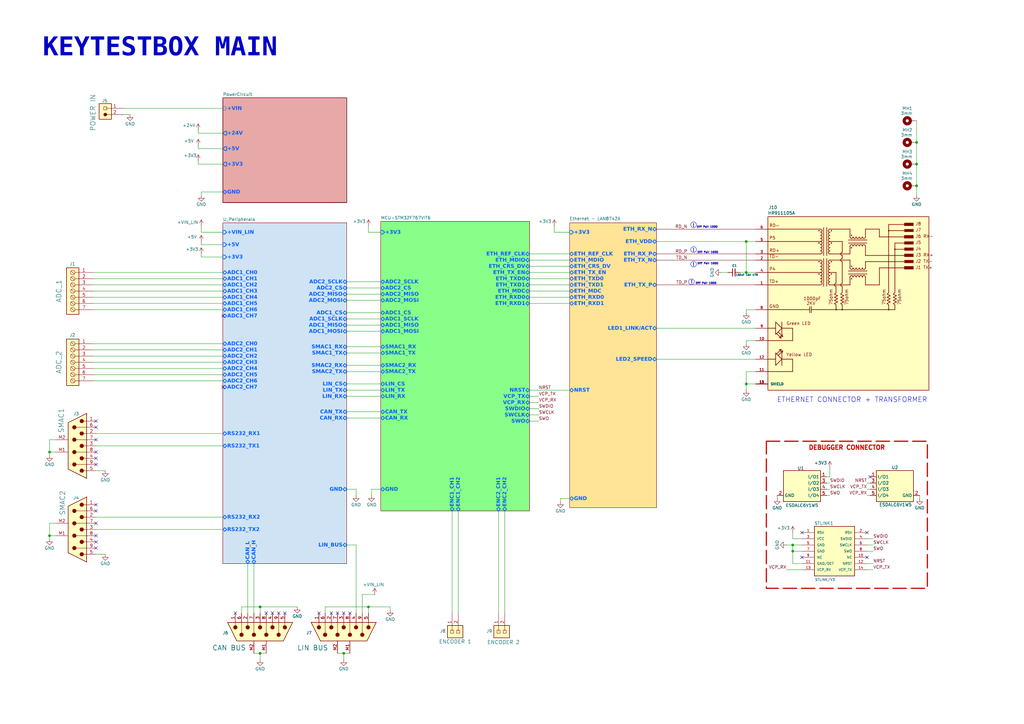
<source format=kicad_sch>
(kicad_sch (version 20250114) (generator "eeschema") (generator_version "9.0")
  (paper "A3")
  (title_block (title "KeyTestBox") (date "2023-10-15") (rev "V1.0") (comment 1 "Designer: Bruno Silva"))
  (lib_symbols
    (symbol "Connector:Conn_01x07_Socket" (pin_names (offset 1.016) (hide yes))
      (property "Reference" "J2" (at -6.858 -14.224 0))
      (property "Value" "Conn_01x07_Socket" (at -4.572 -17.018 0))
      (symbol "Conn_01x07_Socket_1_1"
        (pin passive line (at 7.62 7.62 180) (length 7.366) (name "1") (number "1"))
        (pin passive line (at 7.62 5.08 180) (length 7.366) (name "2") (number "2"))
        (pin passive line (at 7.62 2.54 180) (length 7.366) (name "3") (number "3"))
        (pin passive line (at 7.62 0 180) (length 7.366) (name "4") (number "4"))
        (pin passive line (at 7.62 -2.54 180) (length 7.366) (name "5") (number "5"))
        (pin passive line (at 7.62 -5.08 180) (length 7.366) (name "6") (number "6"))
        (pin passive line (at 7.62 -7.62 180) (length 7.366) (name "7") (number "7"))
      )
    )
    (symbol "Connector:DE9_Pins" (pin_names (offset 1.016) (hide yes))
      (property "Reference" "J4" (at 0 -17.78 0))
      (property "Value" "DE9_Pins" (at 0 -15.24 0))
      (symbol "DE9_Pins_1_1"
        (pin passive line (at -7.62 10.16 0) (length 3.81) (name "5") (number "5"))
        (pin passive line (at -7.62 7.62 0) (length 3.81) (name "9") (number "9"))
        (pin passive line (at -7.62 5.08 0) (length 3.81) (name "4") (number "4"))
        (pin passive line (at -7.62 2.54 0) (length 3.81) (name "8") (number "8"))
        (pin passive line (at -7.62 0 0) (length 3.81) (name "3") (number "3"))
        (pin passive line (at -7.62 -2.54 0) (length 3.81) (name "7") (number "7"))
        (pin passive line (at -7.62 -5.08 0) (length 3.81) (name "2") (number "2"))
        (pin passive line (at -7.62 -7.62 0) (length 3.81) (name "6") (number "6"))
        (pin passive line (at -7.62 -10.16 0) (length 3.81) (name "1") (number "1"))
        (pin passive line (at 8.89 2.54 180) (length 5.08) (name "M1") (number "M1"))
        (pin passive line (at 8.89 -2.54 180) (length 5.08) (name "M2") (number "M2"))
      )
    )
    (symbol "Connector:DIN41612_02x05_ZB_EvenPins" (pin_names (offset 1.016) (hide yes))
      (property "Reference" "J1" (at 1.016 8.128 0))
      (property "Value" "POWER IN" (at -2.794 3.81 90))
      (symbol "DIN41612_02x05_ZB_EvenPins_1_1"
        (pin passive line (at 8.89 5.08 180) (length 7.366) (name "1") (number "1"))
        (pin passive line (at 8.89 2.54 180) (length 7.366) (name "2") (number "2"))
      )
    )
    (symbol "DIN41612_02x05_ZB_EvenPins_1" (pin_names (offset 1.016) (hide yes))
      (property "Reference" "J8" (at 1.016 8.128 0))
      (property "Value" "ENCODER-1" (at -3.81 3.302 90))
      (symbol "DIN41612_02x05_ZB_EvenPins_1_1_1"
        (pin passive line (at 8.89 5.08 180) (length 7.366) (name "1") (number "1"))
        (pin passive line (at 8.89 2.54 180) (length 7.366) (name "2") (number "2"))
      )
    )
    (symbol "Device:C_Small" (pin_numbers (hide yes)) (pin_names (offset 0.254) (hide yes))
      (property "Reference" "C" (at 0.254 1.778 0))
      (property "Value" "C_Small" (at 0.254 -2.032 0))
      (symbol "C_Small_1_1"
        (pin passive line (at 0 2.54 270) (length 2.032) (name "~") (number "1"))
        (pin passive line (at 0 -2.54 90) (length 2.032) (name "~") (number "2"))
      )
    )
    (symbol "HR911105A:HR911105A" (pin_names (offset 1.016))
      (property "Reference" "J10" (at -32.766 39.37 0))
      (property "Value" "HR911105A" (at -33.02 37.084 0))
      (symbol "HR911105A_0_0"
        (text "TD+" (at -32.5695 8.302 0) (effects (font (size 1.2772 1.2772)) (justify left bottom)))
        (text "GND" (at -32.5483 -1.9146 0) (effects (font (size 1.2764 1.2764)) (justify left bottom)))
        (text "P4" (at -32.5444 13.4006 0) (effects (font (size 1.2763 1.2763)) (justify left bottom)))
        (text "P5" (at -32.5348 26.1555 0) (effects (font (size 1.2759 1.2759)) (justify left bottom)))
        (text "TD-" (at -32.5142 18.4885 0) (effects (font (size 1.2751 1.2751)) (justify left bottom)))
        (text "RD-" (at -32.4987 31.2242 0) (effects (font (size 1.2745 1.2745)) (justify left bottom)))
        (text "RD+" (at -32.4935 21.0252 0) (effects (font (size 1.2743 1.2743)) (justify left bottom)))
        (text "Yellow LED" (at -25.5352 -21.705 0) (effects (font (size 1.2791 1.2791)) (justify left bottom)))
        (text "Green LED" (at -25.4919 -8.9222 0) (effects (font (size 1.2757 1.2757)) (justify left bottom)))
        (text "1000pF" (at -18.5009 1.2418 0) (effects (font (size 1.2759 1.2759)) (justify left bottom)))
        (text "2KV" (at -17.2312 -0.672 0) (effects (font (size 1.2764 1.2764)) (justify left bottom)))
        (text "75ohm" (at -6.39 -0.6549 900) (effects (font (size 1.278 1.278)) (justify left bottom)))
        (text "75ohm" (at 0 -0.6673 900) (effects (font (size 1.2758 1.2758)) (justify left bottom)))
        (text "75ohm" (at 15.335 -0.6618 900) (effects (font (size 1.2779 1.2779)) (justify left bottom)))
        (text "75ohm" (at 21.6925 -0.6552 900) (effects (font (size 1.276 1.276)) (justify left bottom)))
        (text "J1 TX+" (at 27.4391 14.0069 0) (effects (font (size 1.2765 1.2765)) (justify left bottom)))
        (text "J3 RX+" (at 27.4566 19.1518 0) (effects (font (size 1.2771 1.2771)) (justify left bottom)))
        (text "J2 TX-" (at 27.4571 16.5812 0) (effects (font (size 1.2773 1.2773)) (justify left bottom)))
        (text "J4" (at 27.4594 21.7053 0) (effects (font (size 1.2773 1.2773)) (justify left bottom)))
        (text "J8" (at 27.4681 31.9296 0) (effects (font (size 1.2777 1.2777)) (justify left bottom)))
        (text "J6 RX-" (at 27.4683 26.8166 0) (effects (font (size 1.2777 1.2777)) (justify left bottom)))
        (text "J7" (at 27.469 29.3671 0) (effects (font (size 1.2778 1.2778)) (justify left bottom)))
        (text "J5" (at 27.4773 24.265 0) (effects (font (size 1.2782 1.2782)) (justify left bottom)))
        (pin passive line (at -38.1 30.48 0) (length 5.08) (name "~") (number "6"))
        (pin passive line (at -38.1 25.4 0) (length 5.08) (name "~") (number "5"))
        (pin passive line (at -38.1 20.32 0) (length 5.08) (name "~") (number "3"))
        (pin passive line (at -38.1 17.78 0) (length 5.08) (name "~") (number "2"))
        (pin passive line (at -38.1 12.7 0) (length 5.08) (name "~") (number "4"))
        (pin passive line (at -38.1 7.62 0) (length 5.08) (name "~") (number "1"))
        (pin passive line (at -38.1 -10.16 0) (length 5.08) (name "~") (number "9"))
        (pin passive line (at -38.1 -15.24 0) (length 5.08) (name "~") (number "10"))
        (pin passive line (at -38.1 -22.86 0) (length 5.08) (name "~") (number "12"))
        (pin passive line (at -38.1 -27.94 0) (length 5.08) (name "~") (number "11"))
        (pin passive line (at -38.1 -33.02 0) (length 5.08) (name "SHIELD") (number "15"))
        (pin passive line (at -38.1 -33.02 0) (length 5.08) (name "SHIELD") (number "16"))
      )
      (symbol "HR911105A_1_0"
        (pin passive line (at -38.1 -2.54 0) (length 5.08) (name "~") (number "8"))
      )
    )
    (symbol "Mechanical:MountingHole_Pad" (pin_numbers (hide yes)) (pin_names (offset 1.016) (hide yes)) (in_bom no)
      (property "Reference" "H" (at 0 6.35 0))
      (property "Value" "MountingHole_Pad" (at 0 4.445 0))
      (symbol "MountingHole_Pad_1_1"
        (pin input line (at 0 -2.54 90) (length 2.54) (name "1") (number "1"))
      )
    )
    (symbol "NCP349MNAM_1"
      (property "Reference" "U13" (at 0.508 -6.096 0))
      (property "Value" "ESDALC6V1W5" (at 0 9.144 0))
      (symbol "NCP349MNAM_1_1_1"
        (pin passive line (at -10.16 5.08 0) (length 2.54) (name "I/O4") (number "5"))
        (pin passive line (at -10.16 2.54 0) (length 2.54) (name "I/O3") (number "4"))
        (pin passive line (at -10.16 0 0) (length 2.54) (name "I/O2") (number "3"))
        (pin passive line (at -10.16 -2.54 0) (length 2.54) (name "I/O1") (number "1"))
        (pin passive line (at 10.16 5.08 180) (length 2.54) (name "GND") (number "2"))
      )
    )
    (symbol "Power_Protection:NCP349MNAM"
      (property "Reference" "U11" (at 0 8.89 0))
      (property "Value" "ESDALC6V1W5" (at 0.254 -6.35 0))
      (symbol "NCP349MNAM_1_1"
        (pin bidirectional line (at -10.16 5.08 0) (length 2.54) (name "I/O1") (number "1"))
        (pin bidirectional line (at -10.16 2.54 0) (length 2.54) (name "I/O2") (number "3"))
        (pin bidirectional line (at -10.16 0 0) (length 2.54) (name "I/O3") (number "4"))
        (pin bidirectional line (at -10.16 -2.54 0) (length 2.54) (name "I/O4") (number "5"))
        (pin power_in line (at 10.16 -2.54 180) (length 2.54) (name "GND") (number "2"))
      )
    )
    (symbol "STLINK:STLINK" (pin_names (offset 1.016))
      (property "Reference" "SWD" (at -2.54 16.51 0))
      (property "Value" "STLINK/V3" (at -2.286 -6.604 0))
      (symbol "STLINK_1_0"
        (pin bidirectional line (at -7.62 12.7 0) (length 5.08) (name "RSV") (number "1"))
        (pin bidirectional line (at -7.62 10.16 0) (length 5.08) (name "VCC") (number "3"))
        (pin bidirectional line (at -7.62 7.62 0) (length 5.08) (name "GND") (number "5"))
        (pin bidirectional line (at -7.62 5.08 0) (length 5.08) (name "GND") (number "7"))
        (pin bidirectional line (at -7.62 2.54 0) (length 5.08) (name "NC") (number "9"))
        (pin bidirectional line (at -7.62 0 0) (length 5.08) (name "GND/DET") (number "11"))
        (pin bidirectional line (at -7.62 -2.54 0) (length 5.08) (name "VCP_RX") (number "13"))
        (pin bidirectional line (at 19.05 12.7 180) (length 5.08) (name "RSV") (number "2"))
        (pin bidirectional line (at 19.05 10.16 180) (length 5.08) (name "SWDIO") (number "4"))
        (pin bidirectional line (at 19.05 7.62 180) (length 5.08) (name "SWCLK") (number "6"))
        (pin bidirectional line (at 19.05 5.08 180) (length 5.08) (name "SWO") (number "8"))
        (pin bidirectional line (at 19.05 2.54 180) (length 5.08) (name "NC") (number "10"))
        (pin bidirectional line (at 19.05 0 180) (length 5.08) (name "NRST") (number "12"))
        (pin bidirectional line (at 19.05 -2.54 180) (length 5.08) (name "VCP_TX") (number "14"))
      )
    )
    (symbol "power:+3.3V" (power) (pin_names (offset 0))
      (property "Value" "+3.3V" (at 0 3.556 0))
      (symbol "+3.3V_1_1"
        (pin power_in line (at 0 0 90) (length 0) (hide yes) (name "+3.3V") (number "1"))
      )
    )
    (symbol "power:+3V3" (power) (pin_numbers (hide yes)) (pin_names (offset 0) (hide yes))
      (property "Value" "+3V3" (at 0 3.556 0))
      (symbol "+3V3_1_1"
        (pin power_in line (at 0 0 90) (length 0) (name "~") (number "1"))
      )
    )
    (symbol "power:GND" (power) (pin_names (offset 0))
      (property "Value" "GND" (at 0 -3.81 0))
      (symbol "GND_1_1"
        (pin power_in line (at 0 0 270) (length 0) (hide yes) (name "GND") (number "1"))
      )
    )
  )
  (rectangle (start 73.025 78.105) (end 73.025 78.105))
  (circle (center 283.591 115.57) (radius 1.1709) (stroke (width 0) (color 0 2 192 1)))
  (circle (center 284.48 92.202) (radius 1.1709) (stroke (width 0) (color 0 2 192 1)))
  (rectangle (start 91.44 91.44) (end 142.24 231.14) (stroke (width -0.0001)) (fill (type color) (color 207 227 245 1)))
  (circle (center 284.48 102.362) (radius 1.1709) (stroke (width 0) (color 0 2 192 1)))
  (rectangle (start 91.44 40.132) (end 142.24 83.058) (stroke (width 0.254) (color 110 27 27 1)) (fill (type color) (color 231 168 168 1)))
  (rectangle (start 156.21 90.805) (end 217.17 209.55) (stroke (width -0.0001)) (fill (type color) (color 136 255 136 1)))
  (rectangle (start 314.325 180.975) (end 380.365 241.3) (stroke (width 0.5) (type dash) (color 209 7 0 1)))
  (rectangle (start 233.68 91.44) (end 269.24 208.28) (stroke (width -0.0001)) (fill (type color) (color 255 227 150 1)))
  (rectangle (start 254 208.28) (end 254 208.28))
  (circle (center 284.48 108.331) (radius 1.1709) (stroke (width 0) (color 0 2 192 1)))
  (text "ETHERNET CONNECTOR + TRANSFORMER" (at 349.504 164.084 0) (effects (font (size 2.032 2.032))))
  (text "i" (at 284.48 92.71 0) (effects (font (size 1.27 1.27) (thickness 0.254) (bold yes))))
  (text "Diff Pair 100Ω" (at 290.322 103.632 0) (effects (font (size 0.762 0.762) (thickness 0.254) (bold yes))))
  (text "i" (at 284.48 108.712 0) (effects (font (size 1.27 1.27) (thickness 0.254) (bold yes))))
  (text "Diff Pair 100Ω" (at 289.56 116.332 0) (effects (font (size 0.762 0.762) (thickness 0.254) (bold yes))))
  (text "Diff Pair 100Ω" (at 290.322 108.204 0) (effects (font (size 0.762 0.762) (thickness 0.254) (bold yes))))
  (text "i" (at 284.48 102.87 0) (effects (font (size 1.27 1.27) (thickness 0.254) (bold yes))))
  (text "KEYTESTBOX MAIN" (at 17.526 26.162 0) (effects (font (size 7.62 7.62) (thickness 0.6) (bold yes)) (justify left bottom)))
  (text "Diff Pair 100Ω" (at 290.068 93.218 0) (effects (font (size 0.762 0.762) (thickness 0.254) (bold yes))))
  (text "i" (at 283.718 115.824 0) (effects (font (size 1.27 1.27) (thickness 0.254) (bold yes))))
  (text_box "DEBUGGER CONNECTOR" (at 327.66 180.975 0) (size 39.37 5.08) (margins 0.9 0.9 0.9 0.9) (stroke (width -0.0001)) (effects (font (size 1.778 1.778) (thickness 0.4) (bold yes))))
  (junction (at 106.68 248.92))
  (junction (at 375.92 58.42))
  (junction (at 325.12 226.06))
  (junction (at 106.68 267.97))
  (junction (at 306.07 99.06))
  (junction (at 20.32 185.42))
  (junction (at 306.07 111.76))
  (junction (at 375.92 76.2))
  (junction (at 306.07 157.48))
  (junction (at 375.92 67.31))
  (junction (at 140.97 267.97))
  (junction (at 20.32 219.71))
  (junction (at 325.12 223.52))
  (junction (at 151.13 248.92))
  (no_connect (at 355.6 218.44))
  (no_connect (at 39.37 172.72))
  (no_connect (at 143.51 251.46))
  (no_connect (at 39.37 180.34))
  (no_connect (at 39.37 219.71))
  (no_connect (at 39.37 214.63))
  (no_connect (at 39.37 190.5))
  (no_connect (at 138.43 251.46))
  (no_connect (at 356.87 195.58))
  (no_connect (at 91.44 158.75))
  (no_connect (at 39.37 207.01))
  (no_connect (at 130.81 251.46))
  (no_connect (at 96.52 251.46))
  (no_connect (at 114.3 251.46))
  (no_connect (at 39.37 187.96))
  (no_connect (at 39.37 175.26))
  (no_connect (at 39.37 209.55))
  (no_connect (at 91.44 129.54))
  (no_connect (at 109.22 251.46))
  (no_connect (at 116.84 251.46))
  (no_connect (at 111.76 251.46))
  (no_connect (at 328.93 218.44))
  (no_connect (at 39.37 222.25))
  (no_connect (at 140.97 251.46))
  (no_connect (at 355.6 228.6))
  (no_connect (at 39.37 224.79))
  (no_connect (at 135.89 251.46))
  (no_connect (at 39.37 185.42))
  (no_connect (at 328.93 228.6))
  (wire (pts (xy 217.17 160.02) (xy 233.68 160.02)))
  (wire (pts (xy 140.97 267.97) (xy 138.43 267.97)))
  (wire (pts (xy 142.24 144.78) (xy 156.21 144.78)))
  (wire (pts (xy 142.24 162.56) (xy 156.21 162.56)))
  (wire (pts (xy 140.97 267.97) (xy 143.51 267.97)))
  (wire (pts (xy 106.68 248.92) (xy 106.68 251.46)))
  (wire (pts (xy 22.86 180.34) (xy 20.32 180.34)))
  (wire (pts (xy 142.24 200.66) (xy 146.05 200.66)))
  (wire (pts (xy 160.02 248.92) (xy 160.02 250.19)))
  (wire (pts (xy 217.17 172.72) (xy 220.98 172.72)))
  (wire (pts (xy 99.06 248.92) (xy 106.68 248.92)))
  (wire (pts (xy 38.1 153.67) (xy 91.44 153.67)))
  (wire (pts (xy 20.32 180.34) (xy 20.32 185.42)))
  (wire (pts (xy 153.67 -64.77) (xy 160.02 -64.77)))
  (wire (pts (xy 81.28 54.61) (xy 91.44 54.61)))
  (wire (pts (xy 39.37 182.88) (xy 91.44 182.88)))
  (wire (pts (xy 325.12 231.14) (xy 328.93 231.14)))
  (wire (pts (xy 217.17 106.68) (xy 233.68 106.68)))
  (wire (pts (xy 227.33 95.25) (xy 233.68 95.25)))
  (wire (pts (xy 142.24 123.19) (xy 156.21 123.19)))
  (wire (pts (xy 269.24 147.32) (xy 309.88 147.32)))
  (wire (pts (xy 81.28 53.34) (xy 81.28 54.61)))
  (wire (pts (xy 217.17 170.18) (xy 220.98 170.18)))
  (wire (pts (xy 269.24 134.62) (xy 309.88 134.62)))
  (wire (pts (xy 269.24 116.84) (xy 309.88 116.84)) (stroke (width 0) (color 116 1 15 1)))
  (wire (pts (xy 306.07 160.02) (xy 306.07 157.48)))
  (wire (pts (xy 217.17 165.1) (xy 220.98 165.1)))
  (wire (pts (xy 325.12 223.52) (xy 325.12 226.06)))
  (wire (pts (xy 142.24 120.65) (xy 156.21 120.65)))
  (wire (pts (xy 38.1 116.84) (xy 91.44 116.84)))
  (wire (pts (xy 207.01 209.55) (xy 207.01 251.46)))
  (wire (pts (xy 142.24 149.86) (xy 156.21 149.86)))
  (wire (pts (xy 306.07 128.27) (xy 306.07 127)))
  (wire (pts (xy 375.92 76.2) (xy 375.92 80.01)))
  (wire (pts (xy 82.55 80.01) (xy 82.55 78.74)))
  (wire (pts (xy 91.44 67.31) (xy 81.28 67.31)))
  (wire (pts (xy 377.19 203.2) (xy 377.19 204.47)))
  (wire (pts (xy 306.07 99.06) (xy 306.07 111.76)))
  (wire (pts (xy 142.24 135.89) (xy 156.21 135.89)))
  (wire (pts (xy 106.68 267.97) (xy 109.22 267.97)))
  (wire (pts (xy 328.93 226.06) (xy 325.12 226.06)))
  (wire (pts (xy 142.24 157.48) (xy 156.21 157.48)))
  (wire (pts (xy 142.24 128.27) (xy 156.21 128.27)))
  (wire (pts (xy 142.24 152.4) (xy 156.21 152.4)))
  (wire (pts (xy 269.24 104.14) (xy 309.88 104.14)) (stroke (width 0) (color 116 1 15 1)))
  (wire (pts (xy 306.07 152.4) (xy 306.07 157.48)))
  (wire (pts (xy 340.36 198.12) (xy 339.09 198.12)))
  (wire (pts (xy 355.6 198.12) (xy 356.87 198.12)))
  (wire (pts (xy 39.37 227.33) (xy 43.18 227.33)))
  (wire (pts (xy 340.36 195.58) (xy 339.09 195.58)))
  (wire (pts (xy 39.37 193.04) (xy 43.18 193.04)))
  (wire (pts (xy 20.32 185.42) (xy 22.86 185.42)))
  (wire (pts (xy 217.17 114.3) (xy 233.68 114.3)))
  (wire (pts (xy 322.58 233.68) (xy 328.93 233.68)))
  (wire (pts (xy 306.07 140.97) (xy 306.07 139.7)))
  (wire (pts (xy 104.14 231.14) (xy 104.14 251.46)))
  (wire (pts (xy 20.32 219.71) (xy 22.86 219.71)))
  (wire (pts (xy 20.32 220.98) (xy 20.32 219.71)))
  (wire (pts (xy 229.87 204.47) (xy 233.68 204.47)))
  (wire (pts (xy 39.37 177.8) (xy 91.44 177.8)))
  (wire (pts (xy 106.68 270.51) (xy 106.68 267.97)))
  (wire (pts (xy 81.28 67.31) (xy 81.28 66.04)))
  (wire (pts (xy 303.53 111.76) (xy 306.07 111.76)))
  (wire (pts (xy 133.35 251.46) (xy 133.35 248.92)))
  (wire (pts (xy 82.55 95.25) (xy 91.44 95.25)))
  (wire (pts (xy 217.17 116.84) (xy 233.68 116.84)))
  (wire (pts (xy 81.28 60.96) (xy 91.44 60.96)))
  (wire (pts (xy 269.24 93.98) (xy 309.88 93.98)) (stroke (width 0) (color 116 1 15 1)))
  (wire (pts (xy 151.13 248.92) (xy 160.02 248.92)))
  (wire (pts (xy 325.12 218.44) (xy 325.12 220.98)))
  (wire (pts (xy 152.4 200.66) (xy 156.21 200.66)))
  (wire (pts (xy 133.35 248.92) (xy 151.13 248.92)))
  (wire (pts (xy 340.36 200.66) (xy 339.09 200.66)))
  (wire (pts (xy 38.1 146.05) (xy 91.44 146.05)))
  (wire (pts (xy 142.24 160.02) (xy 156.21 160.02)))
  (wire (pts (xy 146.05 223.52) (xy 146.05 251.46)))
  (wire (pts (xy 306.07 127) (xy 309.88 127)))
  (wire (pts (xy 306.07 139.7) (xy 309.88 139.7)))
  (wire (pts (xy 142.24 130.81) (xy 156.21 130.81)))
  (wire (pts (xy 20.32 214.63) (xy 20.32 219.71)))
  (wire (pts (xy 38.1 111.76) (xy 91.44 111.76)))
  (wire (pts (xy 358.14 231.14) (xy 355.6 231.14)))
  (wire (pts (xy 217.17 124.46) (xy 233.68 124.46)))
  (wire (pts (xy 185.42 209.55) (xy 185.42 251.46)))
  (wire (pts (xy 142.24 133.35) (xy 156.21 133.35)))
  (wire (pts (xy 82.55 92.71) (xy 82.55 95.25)))
  (wire (pts (xy 106.68 267.97) (xy 104.14 267.97)))
  (wire (pts (xy 81.28 59.69) (xy 81.28 60.96)))
  (wire (pts (xy 38.1 124.46) (xy 91.44 124.46)))
  (wire (pts (xy 217.17 121.92) (xy 233.68 121.92)))
  (wire (pts (xy 217.17 162.56) (xy 220.98 162.56)))
  (wire (pts (xy 20.32 186.69) (xy 20.32 185.42)))
  (wire (pts (xy 39.37 217.17) (xy 91.44 217.17)))
  (wire (pts (xy 217.17 119.38) (xy 233.68 119.38)))
  (wire (pts (xy 328.93 223.52) (xy 325.12 223.52)))
  (wire (pts (xy 142.24 168.91) (xy 156.21 168.91)))
  (wire (pts (xy 227.33 92.71) (xy 227.33 95.25)))
  (wire (pts (xy 217.17 111.76) (xy 233.68 111.76)))
  (wire (pts (xy 217.17 167.64) (xy 220.98 167.64)))
  (wire (pts (xy 38.1 114.3) (xy 91.44 114.3)))
  (wire (pts (xy 152.4 203.2) (xy 152.4 200.66)))
  (wire (pts (xy 38.1 140.97) (xy 91.44 140.97)))
  (wire (pts (xy 295.91 111.76) (xy 298.45 111.76)))
  (wire (pts (xy 269.24 106.68) (xy 309.88 106.68)) (stroke (width 0) (color 116 1 15 1)))
  (wire (pts (xy 269.24 99.06) (xy 306.07 99.06)))
  (wire (pts (xy 217.17 109.22) (xy 233.68 109.22)))
  (wire (pts (xy 358.14 226.06) (xy 355.6 226.06)))
  (wire (pts (xy 217.17 104.14) (xy 233.68 104.14)))
  (wire (pts (xy 82.55 99.06) (xy 82.55 100.33)))
  (wire (pts (xy 50.8 44.45) (xy 91.44 44.45)))
  (wire (pts (xy 140.97 270.51) (xy 140.97 267.97)))
  (wire (pts (xy 306.07 99.06) (xy 309.88 99.06)))
  (wire (pts (xy 142.24 115.57) (xy 156.21 115.57)))
  (wire (pts (xy 358.14 220.98) (xy 355.6 220.98)))
  (wire (pts (xy 82.55 100.33) (xy 91.44 100.33)))
  (wire (pts (xy 142.24 223.52) (xy 146.05 223.52)))
  (wire (pts (xy 142.24 142.24) (xy 156.21 142.24)))
  (wire (pts (xy 318.77 204.47) (xy 318.77 203.2)))
  (wire (pts (xy 306.07 111.76) (xy 309.88 111.76)))
  (wire (pts (xy 22.86 214.63) (xy 20.32 214.63)))
  (wire (pts (xy 38.1 127) (xy 91.44 127)))
  (wire (pts (xy 38.1 151.13) (xy 91.44 151.13)))
  (wire (pts (xy 325.12 226.06) (xy 325.12 231.14)))
  (wire (pts (xy 38.1 119.38) (xy 91.44 119.38)))
  (wire (pts (xy 375.92 58.42) (xy 375.92 67.31)))
  (wire (pts (xy 146.05 200.66) (xy 146.05 203.2)))
  (wire (pts (xy 38.1 148.59) (xy 91.44 148.59)))
  (wire (pts (xy 99.06 251.46) (xy 99.06 248.92)))
  (wire (pts (xy 121.92 248.92) (xy 106.68 248.92)))
  (wire (pts (xy 148.59 243.84) (xy 153.67 243.84)))
  (wire (pts (xy 142.24 171.45) (xy 156.21 171.45)))
  (wire (pts (xy 187.96 209.55) (xy 187.96 251.46)))
  (wire (pts (xy 82.55 104.14) (xy 82.55 105.41)))
  (wire (pts (xy 340.36 203.2) (xy 339.09 203.2)))
  (wire (pts (xy 358.14 223.52) (xy 355.6 223.52)))
  (wire (pts (xy 375.92 67.31) (xy 375.92 76.2)))
  (wire (pts (xy 229.87 205.74) (xy 229.87 204.47)))
  (wire (pts (xy 355.6 203.2) (xy 356.87 203.2)))
  (wire (pts (xy 101.6 231.14) (xy 101.6 251.46)))
  (wire (pts (xy 153.67 -63.5) (xy 153.67 -64.77)))
  (wire (pts (xy 148.59 243.84) (xy 148.59 251.46)))
  (wire (pts (xy 38.1 156.21) (xy 91.44 156.21)))
  (wire (pts (xy 50.8 46.99) (xy 53.34 46.99)))
  (wire (pts (xy 38.1 143.51) (xy 91.44 143.51)))
  (wire (pts (xy 82.55 105.41) (xy 91.44 105.41)))
  (wire (pts (xy 151.13 248.92) (xy 151.13 251.46)))
  (wire (pts (xy 322.58 223.52) (xy 325.12 223.52)))
  (wire (pts (xy 375.92 49.53) (xy 375.92 58.42)))
  (wire (pts (xy 39.37 212.09) (xy 91.44 212.09)))
  (wire (pts (xy 325.12 220.98) (xy 328.93 220.98)))
  (wire (pts (xy 355.6 200.66) (xy 356.87 200.66)))
  (wire (pts (xy 306.07 157.48) (xy 309.88 157.48)))
  (wire (pts (xy 142.24 118.11) (xy 156.21 118.11)))
  (wire (pts (xy 309.88 152.4) (xy 306.07 152.4)))
  (wire (pts (xy 358.14 233.68) (xy 355.6 233.68)))
  (wire (pts (xy 151.13 95.25) (xy 156.21 95.25)))
  (wire (pts (xy 82.55 78.74) (xy 91.44 78.74)))
  (wire (pts (xy 38.1 121.92) (xy 91.44 121.92)))
  (wire (pts (xy 204.47 209.55) (xy 204.47 251.46)))
  (wire (pts (xy 151.13 92.71) (xy 151.13 95.25)))
  (wire (pts (xy 340.36 191.77) (xy 340.36 195.58)))
  (label "TD_N" (at 281.94 106.68 180))
  (label "SWCLK" (at 358.14 223.52 0))
  (label "SWCLK" (at 220.98 170.18 0))
  (label "SWDIO" (at 340.36 198.12 0))
  (label "VCP_TX" (at 220.98 162.56 0))
  (label "NRST" (at 358.14 231.14 0))
  (label "SWCLK" (at 340.36 200.66 0))
  (label "SWDIO" (at 220.98 167.64 0))
  (label "VCP_TX" (at 355.6 200.66 180))
  (label "NRST" (at 220.98 160.02 0))
  (label "VCP_TX" (at 358.14 233.68 0))
  (label "SWO" (at 220.98 172.72 0))
  (label "VCP_RX" (at 322.58 233.68 180))
  (label "TD_P" (at 281.94 116.84 180))
  (label "RD_N" (at 281.94 93.98 180))
  (label "SWDIO" (at 358.14 220.98 0))
  (label "VCP_RX" (at 220.98 165.1 0))
  (label "VCP_RX" (at 355.6 203.2 180))
  (label "RD_P" (at 281.94 104.14 180))
  (label "NRST" (at 355.6 198.12 180))
  (label "SWO" (at 358.14 226.06 0))
  (label "SWO" (at 340.36 203.2 0))
  (symbol (lib_id "Connector:DE9_Pins") (at 140.97 259.08 270) (unit 1)
    (property "Reference" "J7" (at 126.746 259.588 90))
    (property "Value" "LIN BUS" (at 128.27 265.684 90) (effects (font (size 2.032 2.032))))
    (property "Description" "9-pin D-SUB connector, pins (male)" (effects (hide yes)))
  )
  (symbol (lib_id "power:+3.3V") (at 151.13 92.71 0) (unit 1)
    (property "Reference" "#PWR017" (effects (hide yes)))
    (property "Value" "+3V3" (at 147.32 90.805 0))
  )
  (symbol (lib_id "power:GND") (at 322.58 223.52 270) (unit 1)
    (property "Reference" "#PWR029" (effects (hide yes)))
    (property "Value" "GND" (at 318.77 223.52 0))
  )
  (symbol (lib_id "power:GND") (at 377.19 204.47 0) (unit 1)
    (property "Reference" "#PWR033" (effects (hide yes)))
    (property "Value" "GND" (at 377.19 208.28 0))
  )
  (symbol (lib_id "Connector:Conn_01x07_Socket") (at 30.48 148.59 0) (unit 1)
    (property "Reference" "J2" (at 29.718 137.414 0))
    (property "Value" "ADC_2" (at 24.13 148.59 90) (effects (font (size 2.032 2.032))))
    (property "Description" "Generic connector, single row, 01x07, script generated" (effects (hide yes)))
  )
  (symbol (lib_id "power:GND") (at 43.18 227.33 0) (unit 1)
    (property "Reference" "#PWR04" (effects (hide yes)))
    (property "Value" "GND" (at 43.18 231.14 0))
  )
  (symbol (lib_id "power:GND") (at 160.02 250.19 0) (unit 1)
    (property "Reference" "#PWR021" (effects (hide yes)))
    (property "Value" "GND" (at 160.02 254 0))
  )
  (symbol (lib_id "HR911105A:HR911105A") (at 347.98 124.46 0) (unit 1)
    (property "Reference" "J10" (at 315.214 85.09 0) (effects (justify left)))
    (property "Value" "HR911105A" (at 314.96 87.376 0) (effects (justify left)))
    (property "Footprint" "HR911105A:HANRUN_HR911105A" (effects (hide yes)))
    (property "MF" "hanrun" (effects (hide yes)))
    (property "DESCRIPTION" "DIP RJ45 Connector;" (effects (hide yes)))
    (property "PACKAGE" "None" (effects (hide yes)))
    (property "PRICE" "None" (effects (hide yes)))
    (property "Package" "None" (effects (hide yes)))
    (property "Check_prices" "https://www.snapeda.com/parts/HR911105A/HanRun/view-part/?ref=eda" (effects (hide yes)))
    (property "STANDARD" "Manufacturer Recommendation" (effects (hide yes)))
    (property "PARTREV" "A" (effects (hide yes)))
    (property "SnapEDA_Link" "https://www.snapeda.com/parts/HR911105A/HanRun/view-part/?ref=snap" (effects (hide yes)))
    (property "MP" "HR911105A" (effects (hide yes)))
    (property "Price" "None" (effects (hide yes)))
    (property "Availability" "In Stock" (effects (hide yes)))
    (property "AVAILABILITY" "Unavailable" (effects (hide yes)))
  )
  (symbol (lib_id "power:+3.3V") (at 325.12 218.44 0) (unit 1)
    (property "Reference" "#PWR030" (effects (hide yes)))
    (property "Value" "+3V3" (at 321.31 216.535 0))
  )
  (symbol (lib_id "Mechanical:MountingHole_Pad") (at 373.38 49.53 90) (unit 1) (in_bom no)
    (property "Reference" "MH1" (at 372.11 44.45 90))
    (property "Value" "3mm" (at 371.856 46.482 90))
    (property "Description" "Mounting Hole with connection" (effects (hide yes)))
  )
  (symbol (lib_id "power:GND") (at 82.55 80.01 0) (unit 1)
    (property "Reference" "#PWR09" (effects (hide yes)))
    (property "Value" "GND" (at 82.55 83.82 0))
  )
  (symbol (lib_id "power:+3.3V") (at 227.33 92.71 0) (unit 1)
    (property "Reference" "#PWR022" (effects (hide yes)))
    (property "Value" "+3V3" (at 223.52 90.805 0))
  )
  (symbol (lib_id "power:GND") (at 375.92 80.01 0) (unit 1)
    (property "Reference" "#PWR032" (effects (hide yes)))
    (property "Value" "GND" (at 375.92 83.82 0))
  )
  (symbol (lib_id "power:+3.3V") (at 82.55 92.71 0) (unit 1)
    (property "Reference" "#PWR010" (effects (hide yes)))
    (property "Value" "+VIN_LIN" (at 76.962 91.186 0))
  )
  (symbol (lib_id "Device:C_Small") (at 300.99 111.76 90) (unit 1)
    (property "Reference" "C1" (at 302.26 108.966 90) (effects (font (size 0.9 0.9)) (justify left)))
    (property "Value" "100nF 16V X7R" (at 310.896 112.776 90) (effects (font (size 0.762 0.762)) (justify left)))
  )
  (symbol (lib_id "power:+3.3V") (at 82.55 99.06 0) (unit 1)
    (property "Reference" "#PWR011" (effects (hide yes)))
    (property "Value" "+5V" (at 78.74 97.155 0))
  )
  (symbol (lib_id "power:+3.3V") (at 81.28 59.69 0) (unit 1)
    (property "Reference" "#PWR07" (effects (hide yes)))
    (property "Value" "+5V" (at 77.47 57.785 0))
  )
  (symbol (lib_id "power:GND") (at 20.32 186.69 0) (unit 1)
    (property "Reference" "#PWR01" (effects (hide yes)))
    (property "Value" "GND" (at 20.32 190.5 0))
  )
  (symbol (lib_id "power:+3.3V") (at 81.28 53.34 0) (unit 1)
    (property "Reference" "#PWR06" (effects (hide yes)))
    (property "Value" "+24V" (at 77.47 51.435 0))
  )
  (symbol (lib_id "power:GND") (at 20.32 220.98 0) (unit 1)
    (property "Reference" "#PWR02" (effects (hide yes)))
    (property "Value" "GND" (at 20.32 224.79 0))
  )
  (symbol (lib_id "Connector:DIN41612_02x05_ZB_EvenPins") (at 41.91 49.53 0) (unit 1)
    (property "Reference" "J5" (at 42.926 41.402 0))
    (property "Value" "POWER IN" (at 38.1 46.228 90) (effects (font (size 2.032 2.032))))
  )
  (symbol (lib_name "DIN41612_02x05_ZB_EvenPins_1") (lib_id "Connector:DIN41612_02x05_ZB_EvenPins") (at 190.5 260.35 90) (unit 1)
    (property "Reference" "J8" (at 181.61 258.826 90))
    (property "Value" "ENCODER 1" (at 186.69 263.144 90) (effects (font (size 1.524 1.524))))
  )
  (symbol (lib_id "power:GND") (at 146.05 203.2 0) (unit 1)
    (property "Reference" "#PWR016" (effects (hide yes)))
    (property "Value" "GND" (at 146.05 207.01 0))
  )
  (symbol (lib_id "Mechanical:MountingHole_Pad") (at 373.38 76.2 90) (unit 1) (in_bom no)
    (property "Reference" "MH4" (at 372.11 71.12 90))
    (property "Value" "3mm" (at 371.856 73.152 90))
    (property "Description" "Mounting Hole with connection" (effects (hide yes)))
  )
  (symbol (lib_id "power:GND") (at 295.91 111.76 270) (unit 1)
    (property "Reference" "#PWR024" (effects (hide yes)))
    (property "Value" "GND" (at 292.1 111.76 0))
  )
  (symbol (lib_id "power:GND") (at 306.07 160.02 0) (unit 1)
    (property "Reference" "#PWR027" (effects (hide yes)))
    (property "Value" "GND" (at 306.07 163.83 0))
  )
  (symbol (lib_id "power:+3.3V") (at 340.36 191.77 0) (unit 1)
    (property "Reference" "#PWR031" (effects (hide yes)))
    (property "Value" "+3V3" (at 336.55 189.865 0))
  )
  (symbol (lib_id "power:GND") (at 318.77 204.47 0) (unit 1)
    (property "Reference" "#PWR028" (effects (hide yes)))
    (property "Value" "GND" (at 318.77 208.28 0))
  )
  (symbol (lib_id "power:GND") (at 106.68 270.51 0) (unit 1)
    (property "Reference" "#PWR013" (effects (hide yes)))
    (property "Value" "GND" (at 106.68 274.32 0))
  )
  (symbol (lib_id "Connector:DE9_Pins") (at 31.75 217.17 180) (unit 1)
    (property "Reference" "J4" (at 31.242 204.216 0))
    (property "Value" "SMAC2" (at 25.654 206.248 90) (effects (font (size 2.032 2.032))))
    (property "Description" "9-pin D-SUB connector, pins (male)" (effects (hide yes)))
  )
  (symbol (lib_id "power:GND") (at 121.92 248.92 0) (unit 1)
    (property "Reference" "#PWR014" (effects (hide yes)))
    (property "Value" "GND" (at 121.92 252.73 0))
  )
  (symbol (lib_id "power:GND") (at 153.67 -63.5 0) (unit 1)
    (property "Reference" "#PWR019" (effects (hide yes)))
    (property "Value" "GND" (at 153.67 -59.69 0))
  )
  (symbol (lib_id "power:GND") (at 43.18 193.04 0) (unit 1)
    (property "Reference" "#PWR03" (effects (hide yes)))
    (property "Value" "GND" (at 43.18 196.85 0))
  )
  (symbol (lib_id "power:GND") (at 306.07 140.97 0) (unit 1)
    (property "Reference" "#PWR026" (effects (hide yes)))
    (property "Value" "GND" (at 306.07 144.78 0))
  )
  (symbol (lib_id "power:GND") (at 53.34 46.99 0) (unit 1)
    (property "Reference" "#PWR05" (effects (hide yes)))
    (property "Value" "GND" (at 53.34 50.8 0))
  )
  (symbol (lib_id "power:GND") (at 306.07 128.27 0) (unit 1)
    (property "Reference" "#PWR025" (effects (hide yes)))
    (property "Value" "GND" (at 306.07 132.08 0))
  )
  (symbol (lib_id "Connector:Conn_01x07_Socket") (at 30.48 119.38 0) (unit 1)
    (property "Reference" "J1" (at 29.718 108.204 0))
    (property "Value" "ADC_1" (at 24.13 119.38 90) (effects (font (size 2.032 2.032))))
    (property "Description" "Generic connector, single row, 01x07, script generated" (effects (hide yes)))
  )
  (symbol (lib_id "power:GND") (at 140.97 270.51 0) (unit 1)
    (property "Reference" "#PWR015" (effects (hide yes)))
    (property "Value" "GND" (at 140.97 274.32 0))
  )
  (symbol (lib_id "power:+3.3V") (at 82.55 104.14 0) (unit 1)
    (property "Reference" "#PWR012" (effects (hide yes)))
    (property "Value" "+3V3" (at 78.74 102.235 0))
  )
  (symbol (lib_id "power:GND") (at 229.87 205.74 0) (unit 1)
    (property "Reference" "#PWR023" (effects (hide yes)))
    (property "Value" "GND" (at 229.87 209.55 0))
  )
  (symbol (lib_id "Mechanical:MountingHole_Pad") (at 373.38 67.31 90) (unit 1) (in_bom no)
    (property "Reference" "MH3" (at 372.11 62.23 90))
    (property "Value" "3mm" (at 371.856 64.262 90))
    (property "Description" "Mounting Hole with connection" (effects (hide yes)))
  )
  (symbol (lib_name "DIN41612_02x05_ZB_EvenPins_1") (lib_id "Connector:DIN41612_02x05_ZB_EvenPins") (at 209.55 260.35 90) (unit 1)
    (property "Reference" "J9" (at 200.66 258.826 90))
    (property "Value" "ENCODER 2" (at 206.502 263.398 90) (effects (font (size 1.524 1.524))))
  )
  (symbol (lib_id "Power_Protection:NCP349MNAM") (at 367.03 200.66 0) (unit 1)
    (property "Reference" "U2" (at 367.03 191.77 0))
    (property "Value" "ESDALC6V1W5" (at 367.284 207.01 0))
    (property "Footprint" "Package_DFN_QFN:DFN-6-1EP_2x1.6mm_P0.5mm_EP1.15x1.3mm" (effects (hide yes)))
  )
  (symbol (lib_id "Connector:DE9_Pins") (at 106.68 259.08 270) (unit 1)
    (property "Reference" "J6" (at 92.456 259.588 90))
    (property "Value" "CAN BUS" (at 93.98 265.684 90) (effects (font (size 2.032 2.032))))
    (property "Description" "9-pin D-SUB connector, pins (male)" (effects (hide yes)))
  )
  (symbol (lib_name "NCP349MNAM_1") (lib_id "Power_Protection:NCP349MNAM") (at 328.93 198.12 180) (unit 1)
    (property "Reference" "U1" (at 328.422 192.024 0))
    (property "Value" "ESDALC6V1W5" (at 328.93 207.264 0))
    (property "Footprint" "Package_DFN_QFN:DFN-6-1EP_2x1.6mm_P0.5mm_EP1.15x1.3mm" (effects (hide yes)))
  )
  (symbol (lib_id "Connector:DE9_Pins") (at 31.75 182.88 180) (unit 1)
    (property "Reference" "J3" (at 31.242 169.672 0))
    (property "Value" "SMAC1" (at 25.146 172.466 90) (effects (font (size 2.032 2.032))))
    (property "Description" "9-pin D-SUB connector, pins (male)" (effects (hide yes)))
  )
  (symbol (lib_id "Mechanical:MountingHole_Pad") (at 373.38 58.42 90) (unit 1) (in_bom no)
    (property "Reference" "MH2" (at 372.11 53.34 90))
    (property "Value" "3mm" (at 371.856 55.372 90))
    (property "Description" "Mounting Hole with connection" (effects (hide yes)))
  )
  (symbol (lib_id "power:+3.3V") (at 153.67 243.84 0) (unit 1)
    (property "Reference" "#PWR020" (effects (hide yes)))
    (property "Value" "+VIN_LIN" (at 153.162 239.776 0))
  )
  (symbol (lib_id "power:+3V3") (at 81.28 66.04 0) (unit 1)
    (property "Reference" "#PWR08" (effects (hide yes)))
    (property "Value" "+3V3" (at 77.978 63.754 0))
    (property "Description" "Power symbol creates a global label with name \"+3V3\"" (effects (hide yes)))
  )
  (symbol (lib_id "STLINK:STLINK") (at 336.55 231.14 0) (unit 1)
    (property "Reference" "STLINK1" (at 334.01 214.63 0) (effects (justify left)))
    (property "Value" "STLINK/V3" (at 334.264 237.744 0) (effects (font (size 1.016 1.016)) (justify left)))
    (property "MF" "STMicroelectronics" (effects (hide yes)))
    (property "Description_1" "In Circuit Debugger And Programmer For STM8 And STM32 MCUs, With IAR E Warm And Keil RVMDK And St Tool Set" (effects (hide yes)))
    (property "Package" "None" (effects (hide yes)))
    (property "SnapEDA_Link" "https://www.snapeda.com/parts/ST-LINK/STMicroelectronics/view-part/?ref=snap" (effects (hide yes)))
    (property "MP" "ST-LINK" (effects (hide yes)))
    (property "Check_prices" "https://www.snapeda.com/parts/ST-LINK/STMicroelectronics/view-part/?ref=eda" (effects (hide yes)))
  )
  (symbol (lib_id "power:GND") (at 152.4 203.2 0) (unit 1)
    (property "Reference" "#PWR018" (effects (hide yes)))
    (property "Value" "GND" (at 152.4 207.01 0))
  )
  (sheet (at 156.21 90.805) (size 60.96 118.745) (stroke (width 0.1524))
    (property "Sheetname" "MCU-STM32F767VIT6" (at 156.21 90.0934 0) (effects (justify left bottom)))
    (property "Sheetfile" "MCU-STM32F767VIT6_sch.kicad_sch" (effects (hide yes)))
    (pin "+3V3" input (at 156.21 95.25 180) (effects (font (size 1.524 1.524) (bold yes))))
    (pin "ADC1_CS" bidirectional (at 156.21 128.27 180) (effects (font (size 1.524 1.524) (bold yes))))
    (pin "ADC1_MISO" bidirectional (at 156.21 133.35 180) (effects (font (size 1.524 1.524) (bold yes))))
    (pin "ADC1_MOSI" bidirectional (at 156.21 135.89 180) (effects (font (size 1.524 1.524) (bold yes))))
    (pin "ADC1_SCLK" bidirectional (at 156.21 130.81 180) (effects (font (size 1.524 1.524) (bold yes))))
    (pin "ADC2_CS" bidirectional (at 156.21 118.11 180) (effects (font (size 1.524 1.524) (thickness 0.3048) (bold yes))))
    (pin "ADC2_MISO" bidirectional (at 156.21 120.65 180) (effects (font (size 1.524 1.524) (bold yes))))
    (pin "ADC2_MOSI" bidirectional (at 156.21 123.19 180) (effects (font (size 1.524 1.524) (bold yes))))
    (pin "ADC2_SCLK" bidirectional (at 156.21 115.57 180) (effects (font (size 1.524 1.524) (bold yes))))
    (pin "CAN_RX" bidirectional (at 156.21 171.45 180) (effects (font (size 1.524 1.524) (bold yes))))
    (pin "CAN_TX" bidirectional (at 156.21 168.91 180) (effects (font (size 1.524 1.524) (bold yes))))
    (pin "ENC1_CH1" bidirectional (at 185.42 209.55 270) (effects (font (size 1.524 1.524) (bold yes))))
    (pin "ENC1_CH2" bidirectional (at 187.96 209.55 270) (effects (font (size 1.524 1.524) (bold yes))))
    (pin "ENC2_CH1" bidirectional (at 204.47 209.55 270) (effects (font (size 1.524 1.524) (bold yes))))
    (pin "ENC2_CH2" bidirectional (at 207.01 209.55 270) (effects (font (size 1.524 1.524) (bold yes))))
    (pin "ETH_CRS_DV" bidirectional (at 217.17 109.22 0) (effects (font (size 1.524 1.524) (bold yes))))
    (pin "ETH_MDC" bidirectional (at 217.17 119.38 0) (effects (font (size 1.524 1.524) (bold yes))))
    (pin "ETH_MDIO" bidirectional (at 217.17 106.68 0) (effects (font (size 1.524 1.524) (bold yes))))
    (pin "ETH_REF_CLK" bidirectional (at 217.17 104.14 0) (effects (font (size 1.524 1.524) (bold yes))))
    (pin "ETH_RXD0" bidirectional (at 217.17 121.92 0) (effects (font (size 1.524 1.524) (bold yes))))
    (pin "ETH_RXD1" bidirectional (at 217.17 124.46 0) (effects (font (size 1.524 1.524) (bold yes))))
    (pin "ETH_TXD0" bidirectional (at 217.17 114.3 0) (effects (font (size 1.524 1.524) (bold yes))))
    (pin "ETH_TXD1" bidirectional (at 217.17 116.84 0) (effects (font (size 1.524 1.524) (bold yes))))
    (pin "ETH_TX_EN" bidirectional (at 217.17 111.76 0) (effects (font (size 1.524 1.524) (bold yes))))
    (pin "GND" bidirectional (at 156.21 200.66 180) (effects (font (size 1.524 1.524) (bold yes))))
    (pin "LIN_CS" bidirectional (at 156.21 157.48 180) (effects (font (size 1.524 1.524) (bold yes))))
    (pin "LIN_RX" bidirectional (at 156.21 162.56 180) (effects (font (size 1.524 1.524) (bold yes))))
    (pin "LIN_TX" bidirectional (at 156.21 160.02 180) (effects (font (size 1.524 1.524) (bold yes))))
    (pin "NRST" bidirectional (at 217.17 160.02 0) (effects (font (size 1.524 1.524) (bold yes))))
    (pin "SMAC1_RX" bidirectional (at 156.21 142.24 180) (effects (font (size 1.524 1.524) (bold yes))))
    (pin "SMAC1_TX" bidirectional (at 156.21 144.78 180) (effects (font (size 1.524 1.524) (bold yes))))
    (pin "SMAC2_RX" bidirectional (at 156.21 149.86 180) (effects (font (size 1.524 1.524) (bold yes))))
    (pin "SMAC2_TX" bidirectional (at 156.21 152.4 180) (effects (font (size 1.524 1.524) (bold yes))))
    (pin "SWCLK" bidirectional (at 217.17 170.18 0) (effects (font (size 1.524 1.524) (bold yes))))
    (pin "SWDIO" bidirectional (at 217.17 167.64 0) (effects (font (size 1.524 1.524) (bold yes))))
    (pin "SWO" bidirectional (at 217.17 172.72 0) (effects (font (size 1.524 1.524) (bold yes))))
    (pin "VCP_RX" bidirectional (at 217.17 165.1 0) (effects (font (size 1.524 1.524) (bold yes))))
    (pin "VCP_TX" bidirectional (at 217.17 162.56 0) (effects (font (size 1.524 1.524) (bold yes))))
  )
  (sheet (at 91.44 40.132) (size 50.8 42.926) (stroke (width 0.1524))
    (property "Sheetname" "PowerCircuit" (at 91.44 39.4204 0) (effects (justify left bottom)))
    (property "Sheetfile" "PowerCircuit_sch.kicad_sch" (effects (hide yes)))
    (pin "+5V" output (at 91.44 60.96 180) (effects (font (size 1.524 1.524) (bold yes))))
    (pin "+VIN" input (at 91.44 44.45 180) (effects (font (size 1.524 1.524) (thickness 0.1588) (bold yes))))
    (pin "+24V" output (at 91.44 54.61 180) (effects (font (size 1.524 1.524) (bold yes))))
    (pin "GND" bidirectional (at 91.44 78.74 180) (effects (font (size 1.524 1.524) (bold yes))))
    (pin "+3V3" output (at 91.44 67.31 180) (effects (font (size 1.524 1.524) (bold yes))))
  )
  (sheet (at 233.68 91.44) (size 35.56 116.84) (stroke (width 0.1524))
    (property "Sheetname" "Ethernet - LAN8742A" (at 233.553 90.424 0) (effects (justify left bottom)))
    (property "Sheetfile" "Ethernet-LAN8742A_sch.kicad_sch" (effects (hide yes)))
    (pin "+3V3" input (at 233.68 95.25 180) (effects (font (size 1.524 1.524) (bold yes))))
    (pin "ETH_CRS_DV" bidirectional (at 233.68 109.22 180) (effects (font (size 1.524 1.524) (bold yes))))
    (pin "ETH_MDC" bidirectional (at 233.68 119.38 180) (effects (font (size 1.524 1.524) (bold yes))))
    (pin "ETH_MDIO" bidirectional (at 233.68 106.68 180) (effects (font (size 1.524 1.524) (thickness 0.3048) (bold yes))))
    (pin "ETH_REF_CLK" bidirectional (at 233.68 104.14 180) (effects (font (size 1.524 1.524) (bold yes))))
    (pin "ETH_RXD0" bidirectional (at 233.68 121.92 180) (effects (font (size 1.524 1.524) (bold yes))))
    (pin "ETH_RXD1" bidirectional (at 233.68 124.46 180) (effects (font (size 1.524 1.524) (bold yes))))
    (pin "ETH_RX_N" bidirectional (at 269.24 93.98 0) (effects (font (size 1.524 1.524) (bold yes))))
    (pin "ETH_RX_P" bidirectional (at 269.24 104.14 0) (effects (font (size 1.524 1.524) (bold yes))))
    (pin "ETH_TXD0" bidirectional (at 233.68 114.3 180) (effects (font (size 1.524 1.524) (thickness 0.3048) (bold yes))))
    (pin "ETH_TXD1" bidirectional (at 233.68 116.84 180) (effects (font (size 1.524 1.524) (bold yes))))
    (pin "ETH_TX_EN" bidirectional (at 233.68 111.76 180) (effects (font (size 1.524 1.524) (bold yes))))
    (pin "ETH_TX_N" bidirectional (at 269.24 106.68 0) (effects (font (size 1.524 1.524) (bold yes))))
    (pin "ETH_TX_P" bidirectional (at 269.24 116.84 0) (effects (font (size 1.524 1.524) (bold yes))))
    (pin "ETH_VDD" bidirectional (at 269.24 99.06 0) (effects (font (size 1.524 1.524) (bold yes))))
    (pin "GND" bidirectional (at 233.68 204.47 180) (effects (font (size 1.524 1.524) (bold yes))))
    (pin "LED1_LINK{slash}ACT" bidirectional (at 269.24 134.62 0) (effects (font (size 1.524 1.524) (bold yes))))
    (pin "LED2_SPEED" bidirectional (at 269.24 147.32 0) (effects (font (size 1.524 1.524) (bold yes))))
    (pin "NRST" bidirectional (at 233.68 160.02 180) (effects (font (size 1.524 1.524) (bold yes))))
  )
  (sheet (at 91.44 91.44) (size 50.8 139.7) (stroke (width 0.1524))
    (property "Sheetname" "U_Peripherals" (at 91.44 90.7284 0) (effects (justify left bottom)))
    (property "Sheetfile" "U_Peripherals_sch.kicad_sch" (effects (hide yes)))
    (pin "+3V3" input (at 91.44 105.41 180) (effects (font (size 1.524 1.524) (bold yes))))
    (pin "+5V" input (at 91.44 100.33 180) (effects (font (size 1.524 1.524) (bold yes))))
    (pin "+VIN_LIN" input (at 91.44 95.25 180) (effects (font (size 1.524 1.524) (thickness 0.3048) (bold yes))))
    (pin "ADC1_CH0" bidirectional (at 91.44 111.76 180) (effects (font (size 1.524 1.524) (bold yes))))
    (pin "ADC1_CH1" bidirectional (at 91.44 114.3 180) (effects (font (size 1.524 1.524) (bold yes))))
    (pin "ADC1_CH2" bidirectional (at 91.44 116.84 180) (effects (font (size 1.524 1.524) (bold yes))))
    (pin "ADC1_CH3" bidirectional (at 91.44 119.38 180) (effects (font (size 1.524 1.524) (bold yes))))
    (pin "ADC1_CH4" bidirectional (at 91.44 121.92 180) (effects (font (size 1.524 1.524) (bold yes))))
    (pin "ADC1_CH5" bidirectional (at 91.44 124.46 180) (effects (font (size 1.524 1.524) (bold yes))))
    (pin "ADC1_CH6" bidirectional (at 91.44 127 180) (effects (font (size 1.524 1.524) (bold yes))))
    (pin "ADC1_CH7" bidirectional (at 91.44 129.54 180) (effects (font (size 1.524 1.524) (bold yes))))
    (pin "ADC1_CS" bidirectional (at 142.24 128.27 0) (effects (font (size 1.524 1.524) (bold yes))))
    (pin "ADC1_MISO" bidirectional (at 142.24 133.35 0) (effects (font (size 1.524 1.524) (bold yes))))
    (pin "ADC1_MOSI" bidirectional (at 142.24 135.89 0) (effects (font (size 1.524 1.524) (bold yes))))
    (pin "ADC1_SCLK" bidirectional (at 142.24 130.81 0) (effects (font (size 1.524 1.524) (bold yes))))
    (pin "ADC2_CH0" bidirectional (at 91.44 140.97 180) (effects (font (size 1.524 1.524) (bold yes))))
    (pin "ADC2_CH1" bidirectional (at 91.44 143.51 180) (effects (font (size 1.524 1.524) (bold yes))))
    (pin "ADC2_CH2" bidirectional (at 91.44 146.05 180) (effects (font (size 1.524 1.524) (bold yes))))
    (pin "ADC2_CH3" bidirectional (at 91.44 148.59 180) (effects (font (size 1.524 1.524) (bold yes))))
    (pin "ADC2_CH4" bidirectional (at 91.44 151.13 180) (effects (font (size 1.524 1.524) (bold yes))))
    (pin "ADC2_CH5" bidirectional (at 91.44 153.67 180) (effects (font (size 1.524 1.524) (bold yes))))
    (pin "ADC2_CH6" bidirectional (at 91.44 156.21 180) (effects (font (size 1.524 1.524) (bold yes))))
    (pin "ADC2_CH7" bidirectional (at 91.44 158.75 180) (effects (font (size 1.524 1.524) (bold yes))))
    (pin "ADC2_CS" bidirectional (at 142.24 118.11 0) (effects (font (size 1.524 1.524) (bold yes))))
    (pin "ADC2_MISO" bidirectional (at 142.24 120.65 0) (effects (font (size 1.524 1.524) (bold yes))))
    (pin "ADC2_MOSI" bidirectional (at 142.24 123.19 0) (effects (font (size 1.524 1.524) (bold yes))))
    (pin "ADC2_SCLK" bidirectional (at 142.24 115.57 0) (effects (font (size 1.524 1.524) (bold yes))))
    (pin "CAN_H" bidirectional (at 104.14 231.14 270) (effects (font (size 1.524 1.524) (bold yes))))
    (pin "CAN_L" bidirectional (at 101.6 231.14 270) (effects (font (size 1.524 1.524) (bold yes))))
    (pin "CAN_RX" bidirectional (at 142.24 171.45 0) (effects (font (size 1.524 1.524) (bold yes))))
    (pin "CAN_TX" bidirectional (at 142.24 168.91 0) (effects (font (size 1.524 1.524) (bold yes))))
    (pin "GND" bidirectional (at 142.24 200.66 0) (effects (font (size 1.524 1.524) (bold yes))))
    (pin "LIN_BUS" bidirectional (at 142.24 223.52 0) (effects (font (size 1.524 1.524) (bold yes))))
    (pin "LIN_CS" bidirectional (at 142.24 157.48 0) (effects (font (size 1.524 1.524) (bold yes))))
    (pin "LIN_RX" bidirectional (at 142.24 162.56 0) (effects (font (size 1.524 1.524) (bold yes))))
    (pin "LIN_TX" bidirectional (at 142.24 160.02 0) (effects (font (size 1.524 1.524) (bold yes))))
    (pin "RS232_RX1" bidirectional (at 91.44 177.8 180) (effects (font (size 1.524 1.524) (bold yes))))
    (pin "RS232_RX2" bidirectional (at 91.44 212.09 180) (effects (font (size 1.524 1.524) (bold yes))))
    (pin "RS232_TX1" bidirectional (at 91.44 182.88 180) (effects (font (size 1.524 1.524) (bold yes))))
    (pin "RS232_TX2" bidirectional (at 91.44 217.17 180) (effects (font (size 1.524 1.524) (bold yes))))
    (pin "SMAC1_RX" bidirectional (at 142.24 142.24 0) (effects (font (size 1.524 1.524) (bold yes))))
    (pin "SMAC1_TX" bidirectional (at 142.24 144.78 0) (effects (font (size 1.524 1.524) (bold yes))))
    (pin "SMAC2_RX" bidirectional (at 142.24 149.86 0) (effects (font (size 1.524 1.524) (bold yes))))
    (pin "SMAC2_TX" bidirectional (at 142.24 152.4 0) (effects (font (size 1.524 1.524) (bold yes))))
  )
)
</source>
